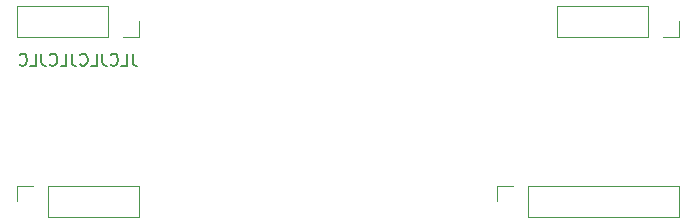
<source format=gbr>
%TF.GenerationSoftware,KiCad,Pcbnew,(6.0.0-0)*%
%TF.CreationDate,2022-07-05T21:59:06-04:00*%
%TF.ProjectId,IO-VGA-output,494f2d56-4741-42d6-9f75-747075742e6b,rev?*%
%TF.SameCoordinates,Original*%
%TF.FileFunction,Legend,Bot*%
%TF.FilePolarity,Positive*%
%FSLAX46Y46*%
G04 Gerber Fmt 4.6, Leading zero omitted, Abs format (unit mm)*
G04 Created by KiCad (PCBNEW (6.0.0-0)) date 2022-07-05 21:59:06*
%MOMM*%
%LPD*%
G01*
G04 APERTURE LIST*
%ADD10C,0.150000*%
%ADD11C,0.120000*%
G04 APERTURE END LIST*
D10*
X129079047Y-92924380D02*
X129079047Y-93638666D01*
X129126666Y-93781523D01*
X129221904Y-93876761D01*
X129364761Y-93924380D01*
X129460000Y-93924380D01*
X128126666Y-93924380D02*
X128602857Y-93924380D01*
X128602857Y-92924380D01*
X127221904Y-93829142D02*
X127269523Y-93876761D01*
X127412380Y-93924380D01*
X127507619Y-93924380D01*
X127650476Y-93876761D01*
X127745714Y-93781523D01*
X127793333Y-93686285D01*
X127840952Y-93495809D01*
X127840952Y-93352952D01*
X127793333Y-93162476D01*
X127745714Y-93067238D01*
X127650476Y-92972000D01*
X127507619Y-92924380D01*
X127412380Y-92924380D01*
X127269523Y-92972000D01*
X127221904Y-93019619D01*
X126507619Y-92924380D02*
X126507619Y-93638666D01*
X126555238Y-93781523D01*
X126650476Y-93876761D01*
X126793333Y-93924380D01*
X126888571Y-93924380D01*
X125555238Y-93924380D02*
X126031428Y-93924380D01*
X126031428Y-92924380D01*
X124650476Y-93829142D02*
X124698095Y-93876761D01*
X124840952Y-93924380D01*
X124936190Y-93924380D01*
X125079047Y-93876761D01*
X125174285Y-93781523D01*
X125221904Y-93686285D01*
X125269523Y-93495809D01*
X125269523Y-93352952D01*
X125221904Y-93162476D01*
X125174285Y-93067238D01*
X125079047Y-92972000D01*
X124936190Y-92924380D01*
X124840952Y-92924380D01*
X124698095Y-92972000D01*
X124650476Y-93019619D01*
X123936190Y-92924380D02*
X123936190Y-93638666D01*
X123983809Y-93781523D01*
X124079047Y-93876761D01*
X124221904Y-93924380D01*
X124317142Y-93924380D01*
X122983809Y-93924380D02*
X123460000Y-93924380D01*
X123460000Y-92924380D01*
X122079047Y-93829142D02*
X122126666Y-93876761D01*
X122269523Y-93924380D01*
X122364761Y-93924380D01*
X122507619Y-93876761D01*
X122602857Y-93781523D01*
X122650476Y-93686285D01*
X122698095Y-93495809D01*
X122698095Y-93352952D01*
X122650476Y-93162476D01*
X122602857Y-93067238D01*
X122507619Y-92972000D01*
X122364761Y-92924380D01*
X122269523Y-92924380D01*
X122126666Y-92972000D01*
X122079047Y-93019619D01*
X121364761Y-92924380D02*
X121364761Y-93638666D01*
X121412380Y-93781523D01*
X121507619Y-93876761D01*
X121650476Y-93924380D01*
X121745714Y-93924380D01*
X120412380Y-93924380D02*
X120888571Y-93924380D01*
X120888571Y-92924380D01*
X119507619Y-93829142D02*
X119555238Y-93876761D01*
X119698095Y-93924380D01*
X119793333Y-93924380D01*
X119936190Y-93876761D01*
X120031428Y-93781523D01*
X120079047Y-93686285D01*
X120126666Y-93495809D01*
X120126666Y-93352952D01*
X120079047Y-93162476D01*
X120031428Y-93067238D01*
X119936190Y-92972000D01*
X119793333Y-92924380D01*
X119698095Y-92924380D01*
X119555238Y-92972000D01*
X119507619Y-93019619D01*
D11*
%TO.C,J2*%
X121920000Y-104080000D02*
X129600000Y-104080000D01*
X129600000Y-104080000D02*
X129600000Y-106740000D01*
X121920000Y-106740000D02*
X129600000Y-106740000D01*
X120650000Y-104080000D02*
X119320000Y-104080000D01*
X121920000Y-104080000D02*
X121920000Y-106740000D01*
X119320000Y-104080000D02*
X119320000Y-105410000D01*
%TO.C,J3*%
X161290000Y-104080000D02*
X159960000Y-104080000D01*
X162560000Y-104080000D02*
X175320000Y-104080000D01*
X162560000Y-106740000D02*
X175320000Y-106740000D01*
X159960000Y-104080000D02*
X159960000Y-105410000D01*
X175320000Y-104080000D02*
X175320000Y-106740000D01*
X162560000Y-104080000D02*
X162560000Y-106740000D01*
%TO.C,J5*%
X172710000Y-88840000D02*
X165030000Y-88840000D01*
X173980000Y-91500000D02*
X175310000Y-91500000D01*
X172710000Y-91500000D02*
X165030000Y-91500000D01*
X172710000Y-91500000D02*
X172710000Y-88840000D01*
X165030000Y-91500000D02*
X165030000Y-88840000D01*
X175310000Y-91500000D02*
X175310000Y-90170000D01*
%TO.C,J4*%
X119320000Y-91500000D02*
X119320000Y-88840000D01*
X127000000Y-91500000D02*
X119320000Y-91500000D01*
X129600000Y-91500000D02*
X129600000Y-90170000D01*
X127000000Y-91500000D02*
X127000000Y-88840000D01*
X127000000Y-88840000D02*
X119320000Y-88840000D01*
X128270000Y-91500000D02*
X129600000Y-91500000D01*
%TD*%
M02*

</source>
